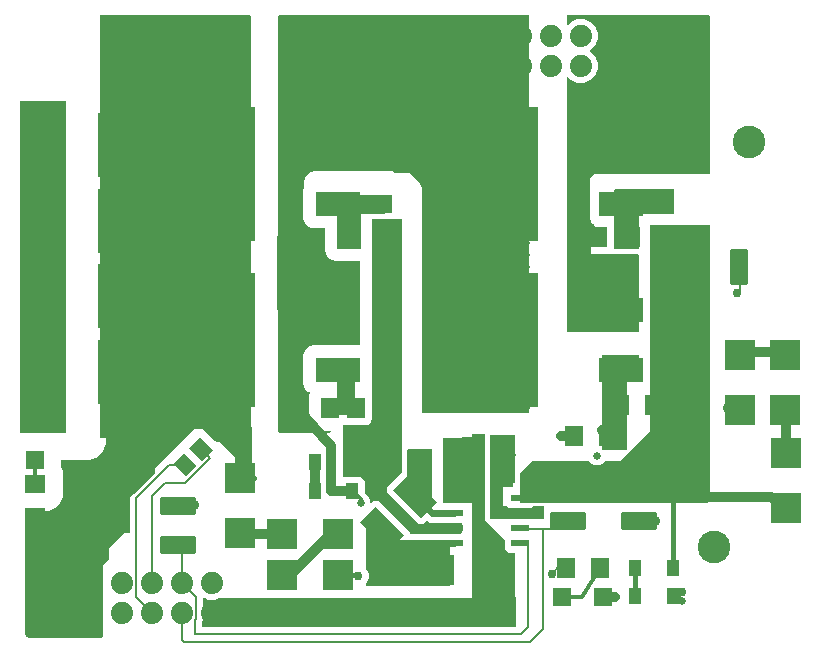
<source format=gbr>
G04 EAGLE Gerber RS-274X export*
G75*
%MOMM*%
%FSLAX34Y34*%
%LPD*%
%INTop Copper*%
%IPPOS*%
%AMOC8*
5,1,8,0,0,1.08239X$1,22.5*%
G01*
%ADD10R,1.600000X1.800000*%
%ADD11R,1.900000X3.400000*%
%ADD12R,1.520000X0.600000*%
%ADD13R,2.540000X2.540000*%
%ADD14R,1.114600X1.361200*%
%ADD15R,3.810000X2.082800*%
%ADD16R,8.890000X11.430000*%
%ADD17R,1.600000X1.803000*%
%ADD18R,1.803000X1.600000*%
%ADD19R,1.850000X5.500000*%
%ADD20R,1.500000X1.500000*%
%ADD21C,2.760000*%
%ADD22C,1.879600*%
%ADD23R,1.300000X1.500000*%
%ADD24C,0.225000*%
%ADD25C,0.812800*%
%ADD26C,0.656400*%
%ADD27C,0.756400*%
%ADD28C,0.406400*%
%ADD29C,0.609600*%
%ADD30C,0.304800*%
%ADD31C,0.152400*%
%ADD32C,0.200000*%
%ADD33C,0.508000*%
%ADD34C,0.150000*%

G36*
X80794Y16010D02*
X80794Y16010D01*
X80858Y16009D01*
X80933Y16030D01*
X81009Y16041D01*
X81068Y16067D01*
X81130Y16084D01*
X81196Y16125D01*
X81266Y16157D01*
X81315Y16199D01*
X81370Y16232D01*
X81422Y16290D01*
X81480Y16340D01*
X81516Y16394D01*
X81559Y16442D01*
X81592Y16511D01*
X81635Y16576D01*
X81654Y16638D01*
X81682Y16695D01*
X81693Y16765D01*
X81717Y16846D01*
X81718Y16931D01*
X81729Y17000D01*
X81729Y77526D01*
X86707Y82504D01*
X86764Y82581D01*
X86829Y82652D01*
X86849Y82693D01*
X86876Y82729D01*
X86910Y82819D01*
X86952Y82906D01*
X86958Y82948D01*
X86975Y82993D01*
X86985Y83121D01*
X86999Y83210D01*
X86999Y91586D01*
X100033Y104620D01*
X104349Y104620D01*
X104399Y104631D01*
X104450Y104633D01*
X104482Y104651D01*
X104518Y104659D01*
X104557Y104692D01*
X104602Y104716D01*
X104623Y104746D01*
X104651Y104769D01*
X104672Y104816D01*
X104702Y104858D01*
X104710Y104900D01*
X104722Y104928D01*
X104721Y104958D01*
X104729Y105000D01*
X104729Y134769D01*
X107231Y137271D01*
X107455Y137271D01*
X107529Y137288D01*
X107604Y137301D01*
X107614Y137308D01*
X107624Y137310D01*
X107653Y137334D01*
X107724Y137382D01*
X125618Y155276D01*
X125658Y155340D01*
X125702Y155402D01*
X125704Y155415D01*
X125709Y155423D01*
X125713Y155460D01*
X125720Y155495D01*
X125722Y155501D01*
X125722Y155507D01*
X125729Y155545D01*
X125729Y158769D01*
X159231Y192271D01*
X166769Y192271D01*
X174731Y184309D01*
X174753Y184295D01*
X174769Y184275D01*
X174826Y184250D01*
X174878Y184217D01*
X174904Y184215D01*
X174928Y184204D01*
X174989Y184207D01*
X175051Y184201D01*
X175075Y184210D01*
X175101Y184211D01*
X175155Y184240D01*
X175213Y184262D01*
X175230Y184281D01*
X175253Y184294D01*
X175288Y184344D01*
X175330Y184389D01*
X175338Y184414D01*
X175353Y184435D01*
X175369Y184520D01*
X175380Y184556D01*
X175378Y184565D01*
X175380Y184577D01*
X175380Y193559D01*
X184208Y184731D01*
X184273Y184691D01*
X184335Y184647D01*
X184347Y184645D01*
X184355Y184640D01*
X184392Y184636D01*
X184477Y184620D01*
X206349Y184620D01*
X206399Y184631D01*
X206450Y184633D01*
X206482Y184651D01*
X206518Y184659D01*
X206557Y184692D01*
X206602Y184716D01*
X206623Y184746D01*
X206651Y184769D01*
X206672Y184816D01*
X206702Y184858D01*
X206710Y184900D01*
X206722Y184928D01*
X206721Y184958D01*
X206729Y185000D01*
X206729Y542459D01*
X206718Y542509D01*
X206716Y542560D01*
X206698Y542592D01*
X206690Y542628D01*
X206657Y542667D01*
X206633Y542712D01*
X206603Y542733D01*
X206580Y542761D01*
X206533Y542782D01*
X206491Y542812D01*
X206449Y542820D01*
X206421Y542832D01*
X206391Y542831D01*
X206349Y542839D01*
X79651Y542839D01*
X79601Y542828D01*
X79550Y542826D01*
X79518Y542808D01*
X79482Y542800D01*
X79443Y542767D01*
X79398Y542743D01*
X79377Y542713D01*
X79349Y542690D01*
X79328Y542643D01*
X79298Y542601D01*
X79290Y542559D01*
X79278Y542531D01*
X79279Y542509D01*
X79278Y542507D01*
X79278Y542497D01*
X79271Y542459D01*
X79271Y185000D01*
X79282Y184950D01*
X79284Y184899D01*
X79302Y184867D01*
X79310Y184831D01*
X79343Y184792D01*
X79367Y184747D01*
X79397Y184726D01*
X79420Y184698D01*
X79467Y184677D01*
X79509Y184647D01*
X79551Y184639D01*
X79579Y184627D01*
X79609Y184628D01*
X79651Y184620D01*
X84271Y184620D01*
X84271Y179764D01*
X81794Y173783D01*
X77217Y169206D01*
X71236Y166729D01*
X46881Y166729D01*
X46831Y166718D01*
X46780Y166716D01*
X46748Y166698D01*
X46712Y166690D01*
X46673Y166657D01*
X46628Y166633D01*
X46607Y166603D01*
X46579Y166580D01*
X46558Y166533D01*
X46528Y166491D01*
X46520Y166449D01*
X46508Y166421D01*
X46509Y166391D01*
X46501Y166349D01*
X46501Y160937D01*
X46501Y160935D01*
X46501Y160933D01*
X46530Y160791D01*
X48016Y157204D01*
X48016Y135236D01*
X45732Y129723D01*
X41512Y125503D01*
X35999Y123219D01*
X16381Y123219D01*
X16331Y123208D01*
X16280Y123206D01*
X16248Y123188D01*
X16212Y123180D01*
X16173Y123147D01*
X16128Y123123D01*
X16107Y123093D01*
X16079Y123070D01*
X16058Y123023D01*
X16028Y122981D01*
X16020Y122939D01*
X16008Y122911D01*
X16009Y122881D01*
X16001Y122839D01*
X16001Y20000D01*
X16001Y19000D01*
X16011Y18926D01*
X16011Y18871D01*
X16017Y18846D01*
X16019Y18809D01*
X16034Y18766D01*
X16041Y18721D01*
X16070Y18656D01*
X16086Y18599D01*
X16100Y18575D01*
X16112Y18542D01*
X16137Y18508D01*
X16157Y18464D01*
X16201Y18413D01*
X16234Y18359D01*
X16269Y18327D01*
X16293Y18293D01*
X16553Y18034D01*
X16800Y17607D01*
X16826Y17579D01*
X16860Y17528D01*
X17528Y16860D01*
X17560Y16840D01*
X17607Y16800D01*
X18034Y16553D01*
X18293Y16293D01*
X18370Y16236D01*
X18442Y16171D01*
X18483Y16151D01*
X18519Y16124D01*
X18609Y16090D01*
X18695Y16048D01*
X18737Y16042D01*
X18783Y16025D01*
X18911Y16015D01*
X19000Y16001D01*
X20000Y16001D01*
X80730Y16001D01*
X80794Y16010D01*
G37*
G36*
X274288Y189631D02*
X274288Y189631D01*
X274339Y189633D01*
X274371Y189651D01*
X274407Y189659D01*
X274446Y189692D01*
X274491Y189716D01*
X274512Y189746D01*
X274540Y189769D01*
X274561Y189816D01*
X274591Y189858D01*
X274599Y189900D01*
X274611Y189928D01*
X274610Y189958D01*
X274618Y190000D01*
X274618Y190604D01*
X274607Y190654D01*
X274605Y190705D01*
X274587Y190737D01*
X274579Y190773D01*
X274546Y190812D01*
X274522Y190857D01*
X274492Y190878D01*
X274469Y190906D01*
X274422Y190927D01*
X274380Y190957D01*
X274338Y190965D01*
X274310Y190977D01*
X274280Y190976D01*
X274238Y190984D01*
X264231Y190984D01*
X260555Y192507D01*
X257742Y195320D01*
X256219Y198996D01*
X256219Y221004D01*
X257057Y223028D01*
X257066Y223078D01*
X257083Y223126D01*
X257080Y223162D01*
X257086Y223199D01*
X257071Y223248D01*
X257065Y223298D01*
X257046Y223329D01*
X257035Y223364D01*
X257000Y223401D01*
X256972Y223445D01*
X256937Y223468D01*
X256916Y223490D01*
X256887Y223501D01*
X256852Y223525D01*
X255685Y224008D01*
X252872Y226821D01*
X251349Y230497D01*
X251349Y255303D01*
X252872Y258979D01*
X255685Y261792D01*
X259361Y263315D01*
X299238Y263315D01*
X299288Y263326D01*
X299339Y263328D01*
X299371Y263346D01*
X299407Y263354D01*
X299446Y263387D01*
X299491Y263411D01*
X299512Y263441D01*
X299540Y263464D01*
X299561Y263511D01*
X299591Y263553D01*
X299599Y263595D01*
X299611Y263623D01*
X299610Y263653D01*
X299618Y263695D01*
X299618Y334238D01*
X299607Y334288D01*
X299605Y334339D01*
X299587Y334371D01*
X299579Y334407D01*
X299546Y334446D01*
X299522Y334491D01*
X299492Y334512D01*
X299469Y334540D01*
X299422Y334561D01*
X299380Y334591D01*
X299338Y334599D01*
X299310Y334611D01*
X299280Y334610D01*
X299238Y334618D01*
X277935Y334618D01*
X274119Y336199D01*
X271199Y339119D01*
X269618Y342935D01*
X269618Y362105D01*
X269607Y362155D01*
X269605Y362206D01*
X269587Y362238D01*
X269579Y362274D01*
X269546Y362313D01*
X269522Y362358D01*
X269492Y362379D01*
X269469Y362407D01*
X269422Y362428D01*
X269380Y362458D01*
X269338Y362466D01*
X269310Y362478D01*
X269280Y362477D01*
X269238Y362485D01*
X259361Y362485D01*
X255685Y364008D01*
X252872Y366821D01*
X251349Y370497D01*
X251349Y395303D01*
X251987Y396844D01*
X252000Y396919D01*
X252016Y396993D01*
X252014Y397005D01*
X252016Y397015D01*
X252005Y397050D01*
X251987Y397135D01*
X251729Y397758D01*
X251729Y402242D01*
X253445Y406384D01*
X256616Y409555D01*
X260758Y411271D01*
X337242Y411271D01*
X341384Y409555D01*
X350555Y400384D01*
X352271Y396242D01*
X352271Y206651D01*
X352282Y206601D01*
X352284Y206550D01*
X352302Y206518D01*
X352310Y206482D01*
X352343Y206443D01*
X352367Y206398D01*
X352397Y206377D01*
X352420Y206349D01*
X352467Y206328D01*
X352509Y206298D01*
X352551Y206290D01*
X352579Y206278D01*
X352609Y206279D01*
X352651Y206271D01*
X442349Y206271D01*
X442399Y206282D01*
X442450Y206284D01*
X442482Y206302D01*
X442518Y206310D01*
X442557Y206343D01*
X442602Y206367D01*
X442623Y206397D01*
X442651Y206420D01*
X442672Y206467D01*
X442702Y206509D01*
X442710Y206551D01*
X442722Y206579D01*
X442721Y206609D01*
X442729Y206651D01*
X442729Y492860D01*
X442729Y492861D01*
X442729Y492863D01*
X442700Y493005D01*
X441401Y496141D01*
X441401Y503859D01*
X442700Y506995D01*
X442701Y506997D01*
X442702Y506998D01*
X442709Y507038D01*
X442717Y507056D01*
X442717Y507075D01*
X442729Y507140D01*
X442729Y518260D01*
X442729Y518261D01*
X442729Y518263D01*
X442700Y518405D01*
X441401Y521541D01*
X441401Y529259D01*
X442700Y532395D01*
X442701Y532397D01*
X442702Y532398D01*
X442729Y532540D01*
X442729Y542459D01*
X442718Y542509D01*
X442716Y542560D01*
X442698Y542592D01*
X442690Y542628D01*
X442657Y542667D01*
X442633Y542712D01*
X442603Y542733D01*
X442580Y542761D01*
X442533Y542782D01*
X442491Y542812D01*
X442449Y542820D01*
X442421Y542832D01*
X442391Y542831D01*
X442349Y542839D01*
X230762Y542839D01*
X230712Y542828D01*
X230661Y542826D01*
X230629Y542808D01*
X230593Y542800D01*
X230554Y542767D01*
X230509Y542743D01*
X230488Y542713D01*
X230460Y542690D01*
X230439Y542643D01*
X230409Y542601D01*
X230401Y542559D01*
X230389Y542531D01*
X230390Y542501D01*
X230382Y542459D01*
X230382Y190000D01*
X230393Y189950D01*
X230395Y189899D01*
X230413Y189867D01*
X230421Y189831D01*
X230454Y189792D01*
X230478Y189747D01*
X230508Y189726D01*
X230531Y189698D01*
X230578Y189677D01*
X230620Y189647D01*
X230662Y189639D01*
X230690Y189627D01*
X230720Y189628D01*
X230762Y189620D01*
X274238Y189620D01*
X274288Y189631D01*
G37*
G36*
X535050Y274631D02*
X535050Y274631D01*
X535101Y274633D01*
X535133Y274651D01*
X535169Y274659D01*
X535208Y274692D01*
X535253Y274716D01*
X535274Y274746D01*
X535302Y274769D01*
X535323Y274816D01*
X535353Y274858D01*
X535361Y274900D01*
X535373Y274928D01*
X535372Y274958D01*
X535380Y275000D01*
X535380Y340000D01*
X535369Y340050D01*
X535367Y340101D01*
X535349Y340133D01*
X535341Y340169D01*
X535308Y340208D01*
X535284Y340253D01*
X535254Y340274D01*
X535231Y340302D01*
X535184Y340323D01*
X535142Y340353D01*
X535100Y340361D01*
X535072Y340373D01*
X535042Y340372D01*
X535000Y340380D01*
X495380Y340380D01*
X495380Y367594D01*
X495363Y367668D01*
X495350Y367743D01*
X495343Y367753D01*
X495341Y367763D01*
X495317Y367792D01*
X495269Y367863D01*
X494684Y368448D01*
X493729Y370753D01*
X493729Y403247D01*
X494684Y405552D01*
X496448Y407316D01*
X498753Y408271D01*
X595000Y408271D01*
X595050Y408282D01*
X595101Y408284D01*
X595133Y408302D01*
X595169Y408310D01*
X595208Y408343D01*
X595253Y408367D01*
X595274Y408397D01*
X595302Y408420D01*
X595323Y408467D01*
X595353Y408509D01*
X595361Y408551D01*
X595373Y408579D01*
X595372Y408609D01*
X595380Y408651D01*
X595380Y542459D01*
X595369Y542509D01*
X595367Y542560D01*
X595349Y542592D01*
X595341Y542628D01*
X595308Y542667D01*
X595284Y542712D01*
X595254Y542733D01*
X595231Y542761D01*
X595184Y542782D01*
X595142Y542812D01*
X595100Y542820D01*
X595072Y542832D01*
X595042Y542831D01*
X595000Y542839D01*
X475000Y542839D01*
X474950Y542828D01*
X474899Y542826D01*
X474867Y542808D01*
X474831Y542800D01*
X474792Y542767D01*
X474747Y542743D01*
X474726Y542713D01*
X474698Y542690D01*
X474677Y542643D01*
X474647Y542601D01*
X474639Y542559D01*
X474627Y542531D01*
X474628Y542501D01*
X474620Y542459D01*
X474620Y535101D01*
X474626Y535076D01*
X474623Y535050D01*
X474645Y534992D01*
X474659Y534932D01*
X474676Y534912D01*
X474685Y534888D01*
X474730Y534846D01*
X474769Y534798D01*
X474793Y534788D01*
X474812Y534770D01*
X474871Y534753D01*
X474928Y534727D01*
X474953Y534728D01*
X474978Y534721D01*
X475039Y534732D01*
X475101Y534734D01*
X475123Y534746D01*
X475149Y534751D01*
X475220Y534799D01*
X475253Y534817D01*
X475259Y534825D01*
X475269Y534832D01*
X478044Y537607D01*
X483336Y539799D01*
X489064Y539799D01*
X494356Y537607D01*
X498407Y533556D01*
X500599Y528264D01*
X500599Y522536D01*
X498407Y517244D01*
X494356Y513193D01*
X494013Y513051D01*
X493992Y513036D01*
X493968Y513029D01*
X493923Y512986D01*
X493873Y512950D01*
X493860Y512927D01*
X493842Y512910D01*
X493820Y512852D01*
X493791Y512797D01*
X493790Y512772D01*
X493782Y512747D01*
X493788Y512686D01*
X493786Y512624D01*
X493797Y512601D01*
X493800Y512575D01*
X493833Y512523D01*
X493859Y512467D01*
X493879Y512450D01*
X493892Y512429D01*
X493965Y512381D01*
X493993Y512358D01*
X494003Y512355D01*
X494013Y512349D01*
X494356Y512207D01*
X498407Y508156D01*
X500599Y502864D01*
X500599Y497136D01*
X498407Y491844D01*
X494356Y487793D01*
X489064Y485601D01*
X483336Y485601D01*
X478044Y487793D01*
X475269Y490568D01*
X475247Y490582D01*
X475231Y490602D01*
X475174Y490627D01*
X475122Y490660D01*
X475096Y490662D01*
X475072Y490673D01*
X475011Y490670D01*
X474949Y490676D01*
X474925Y490667D01*
X474899Y490666D01*
X474845Y490637D01*
X474787Y490615D01*
X474770Y490596D01*
X474747Y490583D01*
X474712Y490533D01*
X474670Y490487D01*
X474662Y490463D01*
X474647Y490442D01*
X474631Y490357D01*
X474620Y490321D01*
X474622Y490311D01*
X474620Y490299D01*
X474620Y275000D01*
X474631Y274950D01*
X474633Y274899D01*
X474651Y274867D01*
X474659Y274831D01*
X474692Y274792D01*
X474716Y274747D01*
X474746Y274726D01*
X474769Y274698D01*
X474816Y274677D01*
X474858Y274647D01*
X474900Y274639D01*
X474928Y274627D01*
X474958Y274628D01*
X475000Y274620D01*
X535000Y274620D01*
X535050Y274631D01*
G37*
G36*
X593074Y129637D02*
X593074Y129637D01*
X593149Y129650D01*
X593159Y129657D01*
X593169Y129659D01*
X593198Y129683D01*
X593269Y129731D01*
X595269Y131731D01*
X595309Y131796D01*
X595353Y131858D01*
X595355Y131870D01*
X595360Y131878D01*
X595364Y131915D01*
X595380Y132000D01*
X595380Y365000D01*
X595369Y365050D01*
X595367Y365101D01*
X595349Y365133D01*
X595341Y365169D01*
X595308Y365208D01*
X595284Y365253D01*
X595254Y365274D01*
X595231Y365302D01*
X595184Y365323D01*
X595142Y365353D01*
X595100Y365361D01*
X595072Y365373D01*
X595042Y365372D01*
X595000Y365380D01*
X545000Y365380D01*
X544950Y365369D01*
X544899Y365367D01*
X544867Y365349D01*
X544831Y365341D01*
X544792Y365308D01*
X544747Y365284D01*
X544726Y365254D01*
X544698Y365231D01*
X544677Y365184D01*
X544647Y365142D01*
X544639Y365100D01*
X544627Y365072D01*
X544627Y365057D01*
X544627Y365055D01*
X544627Y365039D01*
X544620Y365000D01*
X544620Y190158D01*
X519843Y165380D01*
X507251Y165380D01*
X507177Y165363D01*
X507103Y165350D01*
X507092Y165343D01*
X507083Y165341D01*
X507054Y165317D01*
X506982Y165269D01*
X504692Y162978D01*
X501648Y161717D01*
X498352Y161717D01*
X495308Y162978D01*
X493018Y165269D01*
X492953Y165309D01*
X492891Y165353D01*
X492879Y165355D01*
X492870Y165360D01*
X492833Y165364D01*
X492749Y165380D01*
X445000Y165380D01*
X444926Y165363D01*
X444851Y165350D01*
X444841Y165343D01*
X444831Y165341D01*
X444802Y165317D01*
X444731Y165269D01*
X434731Y155269D01*
X434691Y155204D01*
X434647Y155142D01*
X434645Y155130D01*
X434640Y155122D01*
X434636Y155085D01*
X434620Y155000D01*
X434620Y130000D01*
X434631Y129950D01*
X434633Y129899D01*
X434651Y129867D01*
X434659Y129831D01*
X434692Y129792D01*
X434716Y129747D01*
X434746Y129726D01*
X434769Y129698D01*
X434816Y129677D01*
X434858Y129647D01*
X434900Y129639D01*
X434928Y129627D01*
X434958Y129628D01*
X435000Y129620D01*
X593000Y129620D01*
X593074Y129637D01*
G37*
G36*
X50050Y189631D02*
X50050Y189631D01*
X50101Y189633D01*
X50133Y189651D01*
X50169Y189659D01*
X50208Y189692D01*
X50253Y189716D01*
X50274Y189746D01*
X50302Y189769D01*
X50323Y189816D01*
X50353Y189858D01*
X50361Y189900D01*
X50373Y189928D01*
X50372Y189958D01*
X50380Y190000D01*
X50380Y470000D01*
X50369Y470050D01*
X50367Y470101D01*
X50349Y470133D01*
X50341Y470169D01*
X50308Y470208D01*
X50284Y470253D01*
X50254Y470274D01*
X50231Y470302D01*
X50184Y470323D01*
X50142Y470353D01*
X50100Y470361D01*
X50072Y470373D01*
X50042Y470372D01*
X50000Y470380D01*
X11541Y470380D01*
X11491Y470369D01*
X11440Y470367D01*
X11408Y470349D01*
X11372Y470341D01*
X11333Y470308D01*
X11288Y470284D01*
X11267Y470254D01*
X11239Y470231D01*
X11218Y470184D01*
X11188Y470142D01*
X11180Y470100D01*
X11168Y470072D01*
X11169Y470042D01*
X11161Y470000D01*
X11161Y190000D01*
X11172Y189950D01*
X11174Y189899D01*
X11192Y189867D01*
X11200Y189831D01*
X11233Y189792D01*
X11257Y189747D01*
X11287Y189726D01*
X11310Y189698D01*
X11357Y189677D01*
X11399Y189647D01*
X11441Y189639D01*
X11469Y189627D01*
X11499Y189628D01*
X11541Y189620D01*
X50000Y189620D01*
X50050Y189631D01*
G37*
G36*
X431050Y25012D02*
X431050Y25012D01*
X431101Y25014D01*
X431133Y25032D01*
X431169Y25040D01*
X431208Y25073D01*
X431253Y25097D01*
X431274Y25127D01*
X431302Y25150D01*
X431323Y25197D01*
X431353Y25239D01*
X431361Y25281D01*
X431373Y25309D01*
X431372Y25339D01*
X431380Y25381D01*
X431380Y50000D01*
X431374Y50025D01*
X431377Y50051D01*
X431355Y50109D01*
X431341Y50169D01*
X431324Y50189D01*
X431315Y50213D01*
X431270Y50255D01*
X431231Y50302D01*
X431207Y50313D01*
X431188Y50330D01*
X431129Y50348D01*
X431072Y50373D01*
X431047Y50372D01*
X431022Y50380D01*
X430961Y50369D01*
X430899Y50367D01*
X430877Y50354D01*
X430851Y50350D01*
X430780Y50302D01*
X430747Y50284D01*
X430741Y50276D01*
X430731Y50269D01*
X430380Y49918D01*
X430380Y87569D01*
X430369Y87619D01*
X430367Y87670D01*
X430349Y87702D01*
X430341Y87738D01*
X430308Y87777D01*
X430284Y87822D01*
X430254Y87843D01*
X430231Y87871D01*
X430184Y87892D01*
X430142Y87922D01*
X430100Y87930D01*
X430072Y87942D01*
X430042Y87941D01*
X430000Y87949D01*
X424929Y87949D01*
X421999Y90879D01*
X421999Y98381D01*
X421982Y98455D01*
X421969Y98530D01*
X421962Y98540D01*
X421960Y98550D01*
X421936Y98579D01*
X421888Y98650D01*
X405380Y115158D01*
X405380Y188349D01*
X405369Y188399D01*
X405367Y188450D01*
X405349Y188482D01*
X405341Y188518D01*
X405308Y188557D01*
X405284Y188602D01*
X405254Y188623D01*
X405231Y188651D01*
X405184Y188672D01*
X405142Y188702D01*
X405100Y188710D01*
X405072Y188722D01*
X405042Y188721D01*
X405000Y188729D01*
X395000Y188729D01*
X394950Y188718D01*
X394899Y188716D01*
X394867Y188698D01*
X394831Y188690D01*
X394792Y188657D01*
X394747Y188633D01*
X394726Y188603D01*
X394698Y188580D01*
X394677Y188533D01*
X394647Y188491D01*
X394639Y188449D01*
X394627Y188421D01*
X394628Y188391D01*
X394620Y188349D01*
X394620Y185380D01*
X370000Y185380D01*
X369950Y185369D01*
X369899Y185367D01*
X369867Y185349D01*
X369831Y185341D01*
X369792Y185308D01*
X369747Y185284D01*
X369726Y185254D01*
X369698Y185231D01*
X369677Y185184D01*
X369647Y185142D01*
X369639Y185100D01*
X369627Y185072D01*
X369628Y185042D01*
X369620Y185000D01*
X369620Y130000D01*
X369631Y129950D01*
X369633Y129899D01*
X369651Y129867D01*
X369659Y129831D01*
X369692Y129792D01*
X369716Y129747D01*
X369746Y129726D01*
X369769Y129698D01*
X369816Y129677D01*
X369858Y129647D01*
X369900Y129639D01*
X369928Y129627D01*
X369958Y129628D01*
X370000Y129620D01*
X394620Y129620D01*
X394620Y49380D01*
X180269Y49380D01*
X180267Y49380D01*
X180265Y49380D01*
X180123Y49351D01*
X176864Y48001D01*
X171136Y48001D01*
X167877Y49351D01*
X167875Y49352D01*
X167873Y49353D01*
X167731Y49380D01*
X166903Y49380D01*
X166853Y49369D01*
X166802Y49367D01*
X166770Y49349D01*
X166734Y49341D01*
X166695Y49308D01*
X166650Y49284D01*
X166629Y49254D01*
X166601Y49231D01*
X166580Y49184D01*
X166550Y49142D01*
X166542Y49100D01*
X166530Y49072D01*
X166531Y49042D01*
X166523Y49000D01*
X166523Y30868D01*
X166030Y29678D01*
X166029Y29676D01*
X166028Y29674D01*
X166021Y29637D01*
X166021Y29636D01*
X166021Y29635D01*
X166001Y29532D01*
X166001Y25381D01*
X166012Y25331D01*
X166014Y25280D01*
X166032Y25248D01*
X166040Y25212D01*
X166073Y25173D01*
X166097Y25128D01*
X166127Y25107D01*
X166150Y25079D01*
X166197Y25058D01*
X166239Y25028D01*
X166281Y25020D01*
X166309Y25008D01*
X166339Y25009D01*
X166381Y25001D01*
X431000Y25001D01*
X431050Y25012D01*
G37*
G36*
X385050Y103962D02*
X385050Y103962D01*
X385101Y103964D01*
X385133Y103982D01*
X385169Y103990D01*
X385208Y104023D01*
X385253Y104047D01*
X385274Y104077D01*
X385302Y104100D01*
X385323Y104147D01*
X385353Y104189D01*
X385361Y104231D01*
X385373Y104259D01*
X385372Y104289D01*
X385380Y104331D01*
X385380Y112969D01*
X385369Y113019D01*
X385367Y113070D01*
X385349Y113102D01*
X385341Y113138D01*
X385308Y113177D01*
X385284Y113222D01*
X385254Y113243D01*
X385231Y113271D01*
X385184Y113292D01*
X385142Y113322D01*
X385100Y113330D01*
X385072Y113342D01*
X385042Y113341D01*
X385000Y113349D01*
X381193Y113349D01*
X381191Y113349D01*
X381189Y113349D01*
X381047Y113320D01*
X381001Y113301D01*
X358626Y113301D01*
X355883Y114437D01*
X355820Y114448D01*
X355760Y114466D01*
X355736Y114462D01*
X355712Y114466D01*
X355651Y114447D01*
X355589Y114436D01*
X355567Y114421D01*
X355546Y114415D01*
X355519Y114389D01*
X355469Y114355D01*
X353163Y112050D01*
X349020Y112050D01*
X335269Y125801D01*
X326378Y134692D01*
X322050Y139020D01*
X322050Y143163D01*
X327764Y148877D01*
X335269Y156383D01*
X335309Y156447D01*
X335353Y156509D01*
X335355Y156521D01*
X335360Y156530D01*
X335364Y156567D01*
X335380Y156651D01*
X335380Y370000D01*
X335369Y370050D01*
X335367Y370101D01*
X335349Y370133D01*
X335341Y370169D01*
X335308Y370208D01*
X335284Y370253D01*
X335254Y370274D01*
X335231Y370302D01*
X335184Y370323D01*
X335142Y370353D01*
X335100Y370361D01*
X335072Y370373D01*
X335042Y370372D01*
X335000Y370380D01*
X310000Y370380D01*
X309950Y370369D01*
X309899Y370367D01*
X309867Y370349D01*
X309831Y370341D01*
X309792Y370308D01*
X309747Y370284D01*
X309726Y370254D01*
X309698Y370231D01*
X309677Y370184D01*
X309647Y370142D01*
X309639Y370100D01*
X309627Y370072D01*
X309628Y370042D01*
X309620Y370000D01*
X309620Y200380D01*
X309161Y200380D01*
X309111Y200369D01*
X309060Y200367D01*
X309028Y200349D01*
X308992Y200341D01*
X308953Y200308D01*
X308908Y200284D01*
X308887Y200254D01*
X308859Y200231D01*
X308838Y200184D01*
X308808Y200142D01*
X308800Y200100D01*
X308788Y200072D01*
X308789Y200042D01*
X308781Y200000D01*
X308781Y198914D01*
X305851Y195984D01*
X285709Y195984D01*
X285269Y196424D01*
X285247Y196438D01*
X285231Y196458D01*
X285174Y196483D01*
X285122Y196515D01*
X285096Y196518D01*
X285072Y196528D01*
X285011Y196526D01*
X284949Y196532D01*
X284925Y196523D01*
X284899Y196522D01*
X284845Y196492D01*
X284787Y196470D01*
X284770Y196451D01*
X284747Y196439D01*
X284712Y196389D01*
X284670Y196343D01*
X284662Y196318D01*
X284647Y196297D01*
X284631Y196213D01*
X284620Y196177D01*
X284622Y196167D01*
X284620Y196155D01*
X284620Y151985D01*
X284626Y151960D01*
X284623Y151934D01*
X284645Y151876D01*
X284659Y151816D01*
X284676Y151796D01*
X284685Y151772D01*
X284730Y151730D01*
X284769Y151682D01*
X284793Y151672D01*
X284812Y151654D01*
X284871Y151637D01*
X284928Y151612D01*
X284953Y151613D01*
X284978Y151605D01*
X285039Y151616D01*
X285101Y151618D01*
X285123Y151631D01*
X285149Y151635D01*
X285220Y151683D01*
X285253Y151701D01*
X285259Y151709D01*
X285269Y151716D01*
X285360Y151807D01*
X300648Y151807D01*
X303578Y148877D01*
X303578Y138811D01*
X303595Y138737D01*
X303608Y138662D01*
X303615Y138652D01*
X303617Y138642D01*
X303641Y138614D01*
X303689Y138542D01*
X305531Y136700D01*
X305869Y135886D01*
X305870Y135884D01*
X305870Y135883D01*
X305951Y135763D01*
X307022Y134692D01*
X308283Y131648D01*
X308283Y130314D01*
X308289Y130289D01*
X308286Y130264D01*
X308308Y130206D01*
X308322Y130146D01*
X308339Y130126D01*
X308348Y130102D01*
X308393Y130060D01*
X308432Y130012D01*
X308456Y130001D01*
X308475Y129984D01*
X308534Y129966D01*
X308591Y129941D01*
X308616Y129942D01*
X308641Y129935D01*
X308702Y129945D01*
X308764Y129948D01*
X308786Y129960D01*
X308812Y129964D01*
X308883Y130013D01*
X308916Y130030D01*
X308922Y130039D01*
X308932Y130046D01*
X310837Y131950D01*
X314980Y131950D01*
X341950Y104980D01*
X341950Y104379D01*
X341962Y104329D01*
X341964Y104278D01*
X341982Y104246D01*
X341990Y104210D01*
X342022Y104171D01*
X342047Y104126D01*
X342077Y104105D01*
X342100Y104077D01*
X342147Y104056D01*
X342188Y104026D01*
X342230Y104018D01*
X342258Y104006D01*
X342289Y104007D01*
X342331Y103999D01*
X381001Y103999D01*
X381047Y103980D01*
X381049Y103979D01*
X381050Y103978D01*
X381193Y103951D01*
X385000Y103951D01*
X385050Y103962D01*
G37*
G36*
X375050Y59631D02*
X375050Y59631D01*
X375101Y59633D01*
X375133Y59651D01*
X375169Y59659D01*
X375208Y59692D01*
X375253Y59716D01*
X375274Y59746D01*
X375302Y59769D01*
X375323Y59816D01*
X375353Y59858D01*
X375361Y59900D01*
X375373Y59928D01*
X375372Y59958D01*
X375380Y60000D01*
X375380Y95000D01*
X375369Y95050D01*
X375367Y95101D01*
X375349Y95133D01*
X375341Y95169D01*
X375308Y95208D01*
X375284Y95253D01*
X375254Y95274D01*
X375231Y95302D01*
X375184Y95323D01*
X375142Y95353D01*
X375100Y95361D01*
X375072Y95373D01*
X375042Y95372D01*
X375000Y95380D01*
X330158Y95380D01*
X310269Y115269D01*
X310204Y115309D01*
X310142Y115353D01*
X310130Y115355D01*
X310122Y115360D01*
X310085Y115364D01*
X310000Y115380D01*
X305000Y115380D01*
X304950Y115369D01*
X304899Y115367D01*
X304867Y115349D01*
X304831Y115341D01*
X304792Y115308D01*
X304747Y115284D01*
X304726Y115254D01*
X304698Y115231D01*
X304677Y115184D01*
X304647Y115142D01*
X304639Y115100D01*
X304627Y115072D01*
X304628Y115042D01*
X304620Y115000D01*
X304620Y73958D01*
X304637Y73884D01*
X304650Y73810D01*
X304657Y73799D01*
X304659Y73790D01*
X304683Y73761D01*
X304731Y73690D01*
X305446Y72975D01*
X306783Y69747D01*
X306783Y66253D01*
X305446Y63025D01*
X304731Y62310D01*
X304691Y62246D01*
X304647Y62184D01*
X304645Y62172D01*
X304640Y62163D01*
X304636Y62126D01*
X304620Y62042D01*
X304620Y60000D01*
X304631Y59950D01*
X304633Y59899D01*
X304651Y59867D01*
X304659Y59831D01*
X304692Y59792D01*
X304716Y59747D01*
X304746Y59726D01*
X304769Y59698D01*
X304816Y59677D01*
X304858Y59647D01*
X304900Y59639D01*
X304928Y59627D01*
X304958Y59628D01*
X305000Y59620D01*
X375000Y59620D01*
X375050Y59631D01*
G37*
G36*
X525050Y174631D02*
X525050Y174631D01*
X525101Y174633D01*
X525133Y174651D01*
X525169Y174659D01*
X525208Y174692D01*
X525253Y174716D01*
X525274Y174746D01*
X525302Y174769D01*
X525323Y174816D01*
X525353Y174858D01*
X525361Y174900D01*
X525373Y174928D01*
X525372Y174958D01*
X525380Y175000D01*
X525380Y234620D01*
X535000Y234620D01*
X535050Y234631D01*
X535101Y234633D01*
X535133Y234651D01*
X535169Y234659D01*
X535208Y234692D01*
X535253Y234716D01*
X535274Y234746D01*
X535302Y234769D01*
X535323Y234816D01*
X535353Y234858D01*
X535361Y234900D01*
X535373Y234928D01*
X535372Y234958D01*
X535380Y235000D01*
X535380Y255000D01*
X535369Y255050D01*
X535367Y255101D01*
X535349Y255133D01*
X535341Y255169D01*
X535308Y255208D01*
X535284Y255253D01*
X535254Y255274D01*
X535231Y255302D01*
X535184Y255323D01*
X535142Y255353D01*
X535100Y255361D01*
X535072Y255373D01*
X535042Y255372D01*
X535000Y255380D01*
X505000Y255380D01*
X504950Y255369D01*
X504899Y255367D01*
X504867Y255349D01*
X504831Y255341D01*
X504792Y255308D01*
X504747Y255284D01*
X504726Y255254D01*
X504698Y255231D01*
X504677Y255184D01*
X504647Y255142D01*
X504639Y255100D01*
X504627Y255072D01*
X504628Y255042D01*
X504620Y255000D01*
X504620Y175000D01*
X504631Y174950D01*
X504633Y174899D01*
X504651Y174867D01*
X504659Y174831D01*
X504692Y174792D01*
X504716Y174747D01*
X504746Y174726D01*
X504769Y174698D01*
X504816Y174677D01*
X504858Y174647D01*
X504900Y174639D01*
X504928Y174627D01*
X504958Y174628D01*
X505000Y174620D01*
X525000Y174620D01*
X525050Y174631D01*
G37*
G36*
X535050Y344631D02*
X535050Y344631D01*
X535101Y344633D01*
X535133Y344651D01*
X535169Y344659D01*
X535208Y344692D01*
X535253Y344716D01*
X535274Y344746D01*
X535302Y344769D01*
X535323Y344816D01*
X535353Y344858D01*
X535361Y344900D01*
X535373Y344928D01*
X535372Y344958D01*
X535380Y345000D01*
X535380Y374620D01*
X565000Y374620D01*
X565050Y374631D01*
X565101Y374633D01*
X565133Y374651D01*
X565169Y374659D01*
X565208Y374692D01*
X565253Y374716D01*
X565274Y374746D01*
X565302Y374769D01*
X565323Y374816D01*
X565353Y374858D01*
X565361Y374900D01*
X565373Y374928D01*
X565372Y374958D01*
X565380Y375000D01*
X565380Y395000D01*
X565369Y395050D01*
X565367Y395101D01*
X565349Y395133D01*
X565341Y395169D01*
X565308Y395208D01*
X565284Y395253D01*
X565254Y395274D01*
X565231Y395302D01*
X565184Y395323D01*
X565142Y395353D01*
X565100Y395361D01*
X565072Y395373D01*
X565042Y395372D01*
X565000Y395380D01*
X515000Y395380D01*
X514950Y395369D01*
X514899Y395367D01*
X514867Y395349D01*
X514831Y395341D01*
X514792Y395308D01*
X514747Y395284D01*
X514726Y395254D01*
X514698Y395231D01*
X514677Y395184D01*
X514647Y395142D01*
X514639Y395100D01*
X514627Y395072D01*
X514628Y395042D01*
X514620Y395000D01*
X514620Y345000D01*
X514631Y344950D01*
X514633Y344899D01*
X514651Y344867D01*
X514659Y344831D01*
X514692Y344792D01*
X514716Y344747D01*
X514746Y344726D01*
X514769Y344698D01*
X514816Y344677D01*
X514858Y344647D01*
X514900Y344639D01*
X514928Y344627D01*
X514958Y344628D01*
X515000Y344620D01*
X535000Y344620D01*
X535050Y344631D01*
G37*
G36*
X424814Y116637D02*
X424814Y116637D01*
X424889Y116650D01*
X424890Y116651D01*
X444313Y116651D01*
X444318Y116647D01*
X444330Y116645D01*
X444338Y116640D01*
X444375Y116636D01*
X444460Y116620D01*
X454619Y116620D01*
X454669Y116631D01*
X454720Y116633D01*
X454752Y116651D01*
X454788Y116659D01*
X454827Y116692D01*
X454872Y116716D01*
X454893Y116746D01*
X454921Y116769D01*
X454942Y116816D01*
X454972Y116858D01*
X454980Y116900D01*
X454992Y116928D01*
X454991Y116958D01*
X454999Y117000D01*
X454999Y122593D01*
X455351Y123443D01*
X455352Y123445D01*
X455353Y123447D01*
X455380Y123589D01*
X455380Y127000D01*
X455369Y127050D01*
X455367Y127101D01*
X455349Y127133D01*
X455341Y127169D01*
X455308Y127208D01*
X455284Y127253D01*
X455254Y127274D01*
X455231Y127302D01*
X455184Y127323D01*
X455142Y127353D01*
X455100Y127361D01*
X455072Y127373D01*
X455042Y127372D01*
X455000Y127380D01*
X445760Y127380D01*
X445686Y127363D01*
X445611Y127350D01*
X445601Y127343D01*
X445591Y127341D01*
X445562Y127317D01*
X445491Y127269D01*
X444271Y126049D01*
X424929Y126049D01*
X423709Y127269D01*
X423644Y127309D01*
X423582Y127353D01*
X423570Y127355D01*
X423562Y127360D01*
X423525Y127364D01*
X423440Y127380D01*
X420380Y127380D01*
X420380Y146620D01*
X430000Y146620D01*
X430050Y146631D01*
X430101Y146633D01*
X430133Y146651D01*
X430169Y146659D01*
X430208Y146692D01*
X430253Y146716D01*
X430274Y146746D01*
X430302Y146769D01*
X430323Y146816D01*
X430353Y146858D01*
X430361Y146900D01*
X430373Y146928D01*
X430372Y146958D01*
X430380Y147000D01*
X430380Y187000D01*
X430369Y187050D01*
X430367Y187101D01*
X430349Y187133D01*
X430341Y187169D01*
X430308Y187208D01*
X430284Y187253D01*
X430254Y187274D01*
X430231Y187302D01*
X430184Y187323D01*
X430142Y187353D01*
X430100Y187361D01*
X430072Y187373D01*
X430042Y187372D01*
X430000Y187380D01*
X410000Y187380D01*
X409950Y187369D01*
X409899Y187367D01*
X409867Y187349D01*
X409831Y187341D01*
X409792Y187308D01*
X409747Y187284D01*
X409726Y187254D01*
X409698Y187231D01*
X409677Y187184D01*
X409647Y187142D01*
X409639Y187100D01*
X409627Y187072D01*
X409628Y187042D01*
X409628Y187040D01*
X409627Y187038D01*
X409627Y187036D01*
X409620Y187000D01*
X409620Y117000D01*
X409631Y116950D01*
X409633Y116899D01*
X409651Y116867D01*
X409659Y116831D01*
X409692Y116792D01*
X409716Y116747D01*
X409746Y116726D01*
X409769Y116698D01*
X409816Y116677D01*
X409858Y116647D01*
X409900Y116639D01*
X409928Y116627D01*
X409958Y116628D01*
X410000Y116620D01*
X424740Y116620D01*
X424814Y116637D01*
G37*
G36*
X300050Y344631D02*
X300050Y344631D01*
X300101Y344633D01*
X300133Y344651D01*
X300169Y344659D01*
X300208Y344692D01*
X300253Y344716D01*
X300274Y344746D01*
X300302Y344769D01*
X300323Y344816D01*
X300353Y344858D01*
X300361Y344900D01*
X300373Y344928D01*
X300372Y344958D01*
X300380Y345000D01*
X300380Y374620D01*
X320000Y374620D01*
X320050Y374631D01*
X320101Y374633D01*
X320133Y374651D01*
X320169Y374659D01*
X320208Y374692D01*
X320253Y374716D01*
X320274Y374746D01*
X320302Y374769D01*
X320323Y374816D01*
X320353Y374858D01*
X320361Y374900D01*
X320373Y374928D01*
X320372Y374958D01*
X320380Y375000D01*
X320380Y390000D01*
X320369Y390050D01*
X320367Y390101D01*
X320349Y390133D01*
X320341Y390169D01*
X320308Y390208D01*
X320284Y390253D01*
X320254Y390274D01*
X320231Y390302D01*
X320184Y390323D01*
X320142Y390353D01*
X320100Y390361D01*
X320072Y390373D01*
X320042Y390372D01*
X320000Y390380D01*
X280000Y390380D01*
X279950Y390369D01*
X279899Y390367D01*
X279867Y390349D01*
X279831Y390341D01*
X279792Y390308D01*
X279747Y390284D01*
X279726Y390254D01*
X279698Y390231D01*
X279677Y390184D01*
X279647Y390142D01*
X279639Y390100D01*
X279627Y390072D01*
X279628Y390042D01*
X279620Y390000D01*
X279620Y345000D01*
X279631Y344950D01*
X279633Y344899D01*
X279651Y344867D01*
X279659Y344831D01*
X279692Y344792D01*
X279716Y344747D01*
X279746Y344726D01*
X279769Y344698D01*
X279816Y344677D01*
X279858Y344647D01*
X279900Y344639D01*
X279928Y344627D01*
X279958Y344628D01*
X280000Y344620D01*
X300000Y344620D01*
X300050Y344631D01*
G37*
G36*
X355074Y124637D02*
X355074Y124637D01*
X355149Y124650D01*
X355159Y124657D01*
X355169Y124659D01*
X355198Y124683D01*
X355269Y124731D01*
X360269Y129731D01*
X360309Y129796D01*
X360353Y129858D01*
X360355Y129870D01*
X360360Y129878D01*
X360364Y129915D01*
X360380Y130000D01*
X360380Y175000D01*
X360369Y175050D01*
X360367Y175101D01*
X360349Y175133D01*
X360341Y175169D01*
X360308Y175208D01*
X360284Y175253D01*
X360254Y175274D01*
X360231Y175302D01*
X360184Y175323D01*
X360142Y175353D01*
X360100Y175361D01*
X360072Y175373D01*
X360042Y175372D01*
X360000Y175380D01*
X340000Y175380D01*
X339950Y175369D01*
X339899Y175367D01*
X339867Y175349D01*
X339831Y175341D01*
X339792Y175308D01*
X339747Y175284D01*
X339726Y175254D01*
X339698Y175231D01*
X339677Y175184D01*
X339647Y175142D01*
X339639Y175100D01*
X339627Y175072D01*
X339628Y175042D01*
X339620Y175000D01*
X339620Y135000D01*
X339637Y134926D01*
X339650Y134851D01*
X339657Y134841D01*
X339659Y134831D01*
X339683Y134802D01*
X339731Y134731D01*
X349731Y124731D01*
X349796Y124691D01*
X349858Y124647D01*
X349870Y124645D01*
X349878Y124640D01*
X349915Y124636D01*
X350000Y124620D01*
X355000Y124620D01*
X355074Y124637D01*
G37*
G36*
X295050Y204631D02*
X295050Y204631D01*
X295101Y204633D01*
X295133Y204651D01*
X295169Y204659D01*
X295208Y204692D01*
X295253Y204716D01*
X295274Y204746D01*
X295302Y204769D01*
X295323Y204816D01*
X295353Y204858D01*
X295361Y204900D01*
X295373Y204928D01*
X295372Y204958D01*
X295380Y205000D01*
X295380Y250000D01*
X295369Y250050D01*
X295367Y250101D01*
X295349Y250133D01*
X295341Y250169D01*
X295308Y250208D01*
X295284Y250253D01*
X295254Y250274D01*
X295231Y250302D01*
X295184Y250323D01*
X295142Y250353D01*
X295100Y250361D01*
X295072Y250373D01*
X295042Y250372D01*
X295000Y250380D01*
X280000Y250380D01*
X279950Y250369D01*
X279899Y250367D01*
X279867Y250349D01*
X279831Y250341D01*
X279792Y250308D01*
X279747Y250284D01*
X279726Y250254D01*
X279698Y250231D01*
X279677Y250184D01*
X279647Y250142D01*
X279639Y250100D01*
X279627Y250072D01*
X279628Y250042D01*
X279620Y250000D01*
X279620Y205000D01*
X279631Y204950D01*
X279633Y204899D01*
X279651Y204867D01*
X279659Y204831D01*
X279692Y204792D01*
X279716Y204747D01*
X279746Y204726D01*
X279769Y204698D01*
X279816Y204677D01*
X279858Y204647D01*
X279900Y204639D01*
X279928Y204627D01*
X279958Y204628D01*
X280000Y204620D01*
X295000Y204620D01*
X295050Y204631D01*
G37*
D10*
X393000Y177000D03*
X421000Y177000D03*
X393000Y152000D03*
X421000Y152000D03*
D11*
G36*
X336949Y102908D02*
X323514Y89473D01*
X299473Y113514D01*
X312908Y126949D01*
X336949Y102908D01*
G37*
G36*
X364527Y130486D02*
X351092Y117051D01*
X327051Y141092D01*
X340486Y154527D01*
X364527Y130486D01*
G37*
D12*
X379400Y108650D03*
X379400Y121350D03*
X379400Y134050D03*
X379400Y95950D03*
X434600Y108650D03*
X434600Y121350D03*
X434600Y134050D03*
X434600Y95950D03*
D13*
X366505Y73000D03*
X413495Y73000D03*
D14*
X531996Y75000D03*
X564004Y75000D03*
X531996Y51000D03*
X564004Y51000D03*
D15*
X520400Y242900D03*
X520400Y293700D03*
D16*
X406100Y268300D03*
D17*
X548160Y213000D03*
X519720Y213000D03*
X480780Y186380D03*
X509220Y186380D03*
D15*
X520400Y382900D03*
X520400Y433700D03*
D16*
X406100Y408300D03*
D18*
X553000Y355840D03*
X553000Y384280D03*
D17*
X500780Y355380D03*
X529220Y355380D03*
D14*
X260996Y165000D03*
X293004Y165000D03*
X260996Y140000D03*
X293004Y140000D03*
D15*
X280400Y242900D03*
X280400Y293700D03*
D16*
X166100Y268300D03*
D17*
X324220Y210000D03*
X295780Y210000D03*
X245780Y210000D03*
X274220Y210000D03*
D15*
X280400Y382900D03*
X280400Y433700D03*
D16*
X166100Y408300D03*
D18*
X317680Y354840D03*
X317680Y383280D03*
D17*
X260920Y354380D03*
X289360Y354380D03*
D19*
X87000Y369000D03*
X36000Y369000D03*
X87000Y433000D03*
X36000Y433000D03*
X87000Y305000D03*
X36000Y305000D03*
X87000Y241000D03*
X36000Y241000D03*
D13*
X198000Y104505D03*
X198000Y151495D03*
X621000Y255495D03*
X621000Y208505D03*
D18*
X24000Y117780D03*
X24000Y146220D03*
D17*
X473780Y75000D03*
X502220Y75000D03*
D20*
X24000Y201500D03*
X24000Y166500D03*
X505500Y50000D03*
X470500Y50000D03*
D21*
X315000Y170000D03*
X570000Y315000D03*
X629000Y436000D03*
X599000Y93000D03*
D22*
X47000Y37000D03*
X47000Y62400D03*
X72400Y37000D03*
X72400Y62400D03*
X97800Y37000D03*
X97800Y62400D03*
X123200Y37000D03*
X123200Y62400D03*
X148600Y37000D03*
X148600Y62400D03*
X174000Y37000D03*
X174000Y62400D03*
X410000Y500000D03*
X410000Y525400D03*
X435400Y500000D03*
X435400Y525400D03*
X460800Y500000D03*
X460800Y525400D03*
X486200Y500000D03*
X486200Y525400D03*
X511600Y500000D03*
X511600Y525400D03*
X537000Y500000D03*
X537000Y525400D03*
D23*
G36*
X161181Y161575D02*
X151989Y152383D01*
X141383Y162989D01*
X150575Y172181D01*
X161181Y161575D01*
G37*
G36*
X174617Y175011D02*
X165425Y165819D01*
X154819Y176425D01*
X164011Y185617D01*
X174617Y175011D01*
G37*
D24*
X461125Y121375D02*
X488875Y121375D01*
X488875Y108625D01*
X461125Y108625D01*
X461125Y121375D01*
X461125Y110762D02*
X488875Y110762D01*
X488875Y112899D02*
X461125Y112899D01*
X461125Y115036D02*
X488875Y115036D01*
X488875Y117173D02*
X461125Y117173D01*
X461125Y119310D02*
X488875Y119310D01*
X158875Y88625D02*
X131125Y88625D01*
X131125Y101375D01*
X158875Y101375D01*
X158875Y88625D01*
X158875Y90762D02*
X131125Y90762D01*
X131125Y92899D02*
X158875Y92899D01*
X158875Y95036D02*
X131125Y95036D01*
X131125Y97173D02*
X158875Y97173D01*
X158875Y99310D02*
X131125Y99310D01*
X328625Y411125D02*
X328625Y438875D01*
X341375Y438875D01*
X341375Y411125D01*
X328625Y411125D01*
X328625Y413262D02*
X341375Y413262D01*
X341375Y415399D02*
X328625Y415399D01*
X328625Y417536D02*
X341375Y417536D01*
X341375Y419673D02*
X328625Y419673D01*
X328625Y421810D02*
X341375Y421810D01*
X341375Y423947D02*
X328625Y423947D01*
X328625Y426084D02*
X341375Y426084D01*
X341375Y428221D02*
X328625Y428221D01*
X328625Y430358D02*
X341375Y430358D01*
X341375Y432495D02*
X328625Y432495D01*
X328625Y434632D02*
X341375Y434632D01*
X341375Y436769D02*
X328625Y436769D01*
X568625Y443875D02*
X568625Y416125D01*
X568625Y443875D02*
X581375Y443875D01*
X581375Y416125D01*
X568625Y416125D01*
X568625Y418262D02*
X581375Y418262D01*
X581375Y420399D02*
X568625Y420399D01*
X568625Y422536D02*
X581375Y422536D01*
X581375Y424673D02*
X568625Y424673D01*
X568625Y426810D02*
X581375Y426810D01*
X581375Y428947D02*
X568625Y428947D01*
X568625Y431084D02*
X581375Y431084D01*
X581375Y433221D02*
X568625Y433221D01*
X568625Y435358D02*
X581375Y435358D01*
X581375Y437495D02*
X568625Y437495D01*
X568625Y439632D02*
X581375Y439632D01*
X581375Y441769D02*
X568625Y441769D01*
X591375Y363875D02*
X591375Y336125D01*
X578625Y336125D01*
X578625Y363875D01*
X591375Y363875D01*
X591375Y338262D02*
X578625Y338262D01*
X578625Y340399D02*
X591375Y340399D01*
X591375Y342536D02*
X578625Y342536D01*
X578625Y344673D02*
X591375Y344673D01*
X591375Y346810D02*
X578625Y346810D01*
X578625Y348947D02*
X591375Y348947D01*
X591375Y351084D02*
X578625Y351084D01*
X578625Y353221D02*
X591375Y353221D01*
X591375Y355358D02*
X578625Y355358D01*
X578625Y357495D02*
X591375Y357495D01*
X591375Y359632D02*
X578625Y359632D01*
X578625Y361769D02*
X591375Y361769D01*
X331375Y338875D02*
X331375Y311125D01*
X318625Y311125D01*
X318625Y338875D01*
X331375Y338875D01*
X331375Y313262D02*
X318625Y313262D01*
X318625Y315399D02*
X331375Y315399D01*
X331375Y317536D02*
X318625Y317536D01*
X318625Y319673D02*
X331375Y319673D01*
X331375Y321810D02*
X318625Y321810D01*
X318625Y323947D02*
X331375Y323947D01*
X331375Y326084D02*
X318625Y326084D01*
X318625Y328221D02*
X331375Y328221D01*
X331375Y330358D02*
X318625Y330358D01*
X318625Y332495D02*
X331375Y332495D01*
X331375Y334632D02*
X318625Y334632D01*
X318625Y336769D02*
X331375Y336769D01*
X521125Y121375D02*
X548875Y121375D01*
X548875Y108625D01*
X521125Y108625D01*
X521125Y121375D01*
X521125Y110762D02*
X548875Y110762D01*
X548875Y112899D02*
X521125Y112899D01*
X521125Y115036D02*
X548875Y115036D01*
X548875Y117173D02*
X521125Y117173D01*
X521125Y119310D02*
X548875Y119310D01*
X158875Y121625D02*
X131125Y121625D01*
X131125Y134375D01*
X158875Y134375D01*
X158875Y121625D01*
X158875Y123762D02*
X131125Y123762D01*
X131125Y125899D02*
X158875Y125899D01*
X158875Y128036D02*
X131125Y128036D01*
X131125Y130173D02*
X158875Y130173D01*
X158875Y132310D02*
X131125Y132310D01*
X613625Y316125D02*
X613625Y343875D01*
X626375Y343875D01*
X626375Y316125D01*
X613625Y316125D01*
X613625Y318262D02*
X626375Y318262D01*
X626375Y320399D02*
X613625Y320399D01*
X613625Y322536D02*
X626375Y322536D01*
X626375Y324673D02*
X613625Y324673D01*
X613625Y326810D02*
X626375Y326810D01*
X626375Y328947D02*
X613625Y328947D01*
X613625Y331084D02*
X626375Y331084D01*
X626375Y333221D02*
X613625Y333221D01*
X613625Y335358D02*
X626375Y335358D01*
X626375Y337495D02*
X613625Y337495D01*
X613625Y339632D02*
X626375Y339632D01*
X626375Y341769D02*
X613625Y341769D01*
D13*
X233505Y69000D03*
X280495Y69000D03*
X233505Y104000D03*
X280495Y104000D03*
X660000Y172495D03*
X660000Y125505D03*
X659000Y255495D03*
X659000Y208505D03*
D25*
X415000Y275000D02*
X411000Y275000D01*
X415000Y275000D02*
X415000Y271000D01*
X411000Y281000D02*
X398300Y293700D01*
X411000Y281000D02*
X411000Y275000D01*
X233000Y295000D02*
X233000Y347000D01*
X233000Y354380D01*
X234300Y293700D02*
X280400Y293700D01*
X234300Y293700D02*
X233000Y295000D01*
X233000Y354380D02*
X260920Y354380D01*
X233080Y347080D02*
X233000Y347000D01*
X275000Y140000D02*
X293004Y140000D01*
X275000Y178160D02*
X245780Y210000D01*
X275000Y178160D02*
X275000Y140000D01*
D26*
X360000Y460000D03*
X360000Y450000D03*
X360000Y440000D03*
X360000Y430000D03*
X360000Y420000D03*
X360000Y410000D03*
X360000Y400000D03*
X360000Y390000D03*
X360000Y380000D03*
X360000Y370000D03*
X360000Y360000D03*
X360000Y350000D03*
X370000Y360000D03*
X370000Y370000D03*
X370000Y380000D03*
X370000Y390000D03*
X370000Y400000D03*
X370000Y410000D03*
X370000Y420000D03*
X370000Y430000D03*
X370000Y440000D03*
X370000Y450000D03*
X370000Y460000D03*
X380000Y460000D03*
X380000Y450000D03*
X380000Y440000D03*
X380000Y430000D03*
X380000Y420000D03*
X380000Y410000D03*
X380000Y400000D03*
X380000Y390000D03*
X380000Y380000D03*
X380000Y370000D03*
X380000Y360000D03*
X380000Y350000D03*
X390000Y460000D03*
X390000Y450000D03*
X390000Y440000D03*
X390000Y430000D03*
X390000Y420000D03*
X390000Y410000D03*
X390000Y400000D03*
X390000Y390000D03*
X390000Y380000D03*
X390000Y370000D03*
X390000Y360000D03*
X390000Y350000D03*
X390000Y340000D03*
X400000Y340000D03*
X400000Y350000D03*
X400000Y360000D03*
X400000Y370000D03*
X400000Y380000D03*
X400000Y390000D03*
X400000Y400000D03*
X400000Y410000D03*
X400000Y420000D03*
X400000Y430000D03*
X400000Y440000D03*
X400000Y450000D03*
X400000Y460000D03*
X410000Y460000D03*
X410000Y450000D03*
X410000Y440000D03*
X410000Y430000D03*
X410000Y420000D03*
X410000Y410000D03*
X410000Y400000D03*
X410000Y390000D03*
X410000Y380000D03*
X410000Y370000D03*
X410000Y360000D03*
X410000Y350000D03*
X410000Y340000D03*
X420000Y460000D03*
X420000Y450000D03*
X420000Y440000D03*
X420000Y430000D03*
X420000Y420000D03*
X420000Y410000D03*
X420000Y400000D03*
X420000Y390000D03*
X420000Y380000D03*
X420000Y370000D03*
X420000Y360000D03*
X420000Y350000D03*
X420000Y340000D03*
X430000Y340000D03*
X430000Y350000D03*
X430000Y360000D03*
X430000Y370000D03*
X430000Y380000D03*
X430000Y390000D03*
X430000Y400000D03*
X430000Y410000D03*
X430000Y420000D03*
X430000Y430000D03*
X430000Y440000D03*
X430000Y450000D03*
X430000Y460000D03*
X440000Y460000D03*
X440000Y450000D03*
X440000Y440000D03*
X440000Y430000D03*
X440000Y420000D03*
X440000Y410000D03*
X440000Y400000D03*
X440000Y390000D03*
X440000Y380000D03*
X440000Y370000D03*
X440000Y360000D03*
X440000Y350000D03*
X440000Y340000D03*
X360000Y320000D03*
X360000Y310000D03*
X360000Y300000D03*
X360000Y290000D03*
X360000Y280000D03*
X360000Y270000D03*
X360000Y260000D03*
X360000Y250000D03*
X360000Y240000D03*
X360000Y230000D03*
X360000Y220000D03*
X360000Y210000D03*
X370000Y210000D03*
X370000Y220000D03*
X370000Y230000D03*
X370000Y240000D03*
X370000Y250000D03*
X370000Y260000D03*
X370000Y270000D03*
X370000Y280000D03*
X370000Y290000D03*
X370000Y300000D03*
X370000Y310000D03*
X380000Y320000D03*
X380000Y310000D03*
X380000Y300000D03*
X380000Y290000D03*
X380000Y280000D03*
X380000Y270000D03*
X380000Y260000D03*
X380000Y250000D03*
X380000Y240000D03*
X380000Y230000D03*
X380000Y220000D03*
X380000Y210000D03*
X390000Y330000D03*
X390000Y320000D03*
X390000Y310000D03*
X390000Y300000D03*
X390000Y290000D03*
X390000Y280000D03*
X390000Y270000D03*
X390000Y260000D03*
X390000Y250000D03*
X390000Y240000D03*
X390000Y230000D03*
X390000Y220000D03*
X390000Y210000D03*
X400000Y210000D03*
X400000Y220000D03*
X400000Y230000D03*
X400000Y240000D03*
X400000Y250000D03*
X400000Y260000D03*
X400000Y270000D03*
X400000Y280000D03*
X400000Y290000D03*
X400000Y300000D03*
X400000Y310000D03*
X400000Y320000D03*
X400000Y330000D03*
X410000Y330000D03*
X410000Y320000D03*
X410000Y310000D03*
X410000Y300000D03*
X410000Y290000D03*
X410000Y280000D03*
X410000Y270000D03*
X410000Y260000D03*
X410000Y250000D03*
X410000Y240000D03*
X410000Y230000D03*
X410000Y220000D03*
X410000Y210000D03*
X420000Y330000D03*
X420000Y320000D03*
X420000Y310000D03*
X420000Y300000D03*
X420000Y290000D03*
X420000Y280000D03*
X420000Y270000D03*
X420000Y260000D03*
X420000Y250000D03*
X420000Y240000D03*
X420000Y230000D03*
X420000Y220000D03*
X420000Y210000D03*
X430000Y210000D03*
X430000Y220000D03*
X430000Y230000D03*
X430000Y240000D03*
X430000Y250000D03*
X430000Y260000D03*
X430000Y270000D03*
X430000Y280000D03*
X430000Y290000D03*
X430000Y300000D03*
X430000Y310000D03*
X430000Y320000D03*
X430000Y330000D03*
X440000Y330000D03*
X440000Y320000D03*
X440000Y310000D03*
X440000Y300000D03*
X440000Y290000D03*
X440000Y280000D03*
X440000Y270000D03*
X440000Y260000D03*
X440000Y250000D03*
X440000Y240000D03*
X440000Y230000D03*
X440000Y220000D03*
X440000Y210000D03*
D27*
X610000Y210000D03*
D28*
X619505Y210000D01*
X621000Y208505D01*
D29*
X379400Y121350D02*
X360227Y121350D01*
X345789Y135789D01*
D26*
X290000Y330000D03*
X280000Y330000D03*
X270000Y330000D03*
X270000Y320000D03*
X280000Y320000D03*
X290000Y320000D03*
X290000Y310000D03*
X280000Y310000D03*
X270000Y310000D03*
X270000Y420000D03*
X280000Y420000D03*
X290000Y420000D03*
X300000Y420000D03*
X310000Y420000D03*
X310000Y430000D03*
X310000Y440000D03*
X310000Y450000D03*
X300000Y450000D03*
X290000Y450000D03*
X280000Y450000D03*
X270000Y450000D03*
X270000Y460000D03*
X280000Y460000D03*
X290000Y460000D03*
X300000Y460000D03*
X310000Y460000D03*
X320000Y460000D03*
X320000Y450000D03*
X320000Y440000D03*
X320000Y430000D03*
X320000Y420000D03*
X290000Y280000D03*
X280000Y280000D03*
X270000Y280000D03*
X260000Y280000D03*
X250000Y280000D03*
X250000Y290000D03*
X250000Y300000D03*
X250000Y310000D03*
X260000Y310000D03*
X260000Y320000D03*
X250000Y320000D03*
X250000Y330000D03*
X260000Y330000D03*
X345000Y150000D03*
X355000Y150000D03*
X355000Y160000D03*
X345000Y160000D03*
X345000Y170000D03*
X355000Y170000D03*
X300000Y130000D03*
D30*
X300000Y133004D02*
X293004Y140000D01*
X300000Y133004D02*
X300000Y130000D01*
D25*
X177000Y259000D02*
X167700Y268300D01*
X166100Y268300D01*
X177000Y259000D02*
X154000Y259000D01*
X129200Y234200D01*
D26*
X120000Y460000D03*
X120000Y450000D03*
X120000Y440000D03*
X120000Y430000D03*
X120000Y420000D03*
X120000Y410000D03*
X120000Y400000D03*
X120000Y390000D03*
X120000Y380000D03*
X120000Y370000D03*
X120000Y360000D03*
X130000Y340000D03*
X130000Y350000D03*
X130000Y360000D03*
X130000Y370000D03*
X130000Y380000D03*
X130000Y390000D03*
X130000Y400000D03*
X130000Y410000D03*
X130000Y420000D03*
X130000Y430000D03*
X130000Y440000D03*
X130000Y450000D03*
X130000Y460000D03*
X140000Y460000D03*
X140000Y450000D03*
X140000Y440000D03*
X140000Y430000D03*
X140000Y420000D03*
X140000Y410000D03*
X140000Y400000D03*
X140000Y390000D03*
X140000Y380000D03*
X140000Y370000D03*
X140000Y360000D03*
X140000Y350000D03*
X140000Y340000D03*
X150000Y460000D03*
X150000Y450000D03*
X150000Y440000D03*
X150000Y430000D03*
X150000Y420000D03*
X150000Y410000D03*
X150000Y400000D03*
X150000Y390000D03*
X150000Y380000D03*
X150000Y370000D03*
X150000Y360000D03*
X150000Y350000D03*
X150000Y340000D03*
X160000Y340000D03*
X160000Y350000D03*
X160000Y360000D03*
X160000Y370000D03*
X160000Y380000D03*
X160000Y390000D03*
X160000Y400000D03*
X160000Y410000D03*
X160000Y420000D03*
X160000Y430000D03*
X160000Y440000D03*
X160000Y450000D03*
X160000Y460000D03*
X170000Y460000D03*
X170000Y450000D03*
X170000Y440000D03*
X170000Y430000D03*
X170000Y420000D03*
X170000Y410000D03*
X170000Y400000D03*
X170000Y390000D03*
X170000Y380000D03*
X170000Y370000D03*
X170000Y360000D03*
X170000Y350000D03*
X170000Y340000D03*
X180000Y460000D03*
X180000Y450000D03*
X180000Y440000D03*
X180000Y430000D03*
X180000Y420000D03*
X180000Y410000D03*
X180000Y400000D03*
X180000Y390000D03*
X180000Y380000D03*
X180000Y370000D03*
X180000Y360000D03*
X180000Y350000D03*
X180000Y340000D03*
X190000Y340000D03*
X190000Y350000D03*
X190000Y360000D03*
X190000Y370000D03*
X190000Y380000D03*
X190000Y390000D03*
X190000Y400000D03*
X190000Y410000D03*
X190000Y420000D03*
X190000Y430000D03*
X190000Y440000D03*
X190000Y450000D03*
X190000Y460000D03*
X200000Y460000D03*
X200000Y450000D03*
X200000Y440000D03*
X200000Y430000D03*
X200000Y420000D03*
X200000Y410000D03*
X200000Y400000D03*
X200000Y390000D03*
X200000Y380000D03*
X200000Y370000D03*
X200000Y360000D03*
X200000Y350000D03*
X200000Y340000D03*
X120000Y320000D03*
X120000Y310000D03*
X120000Y300000D03*
X120000Y290000D03*
X120000Y280000D03*
X120000Y270000D03*
X120000Y260000D03*
X120000Y250000D03*
X120000Y240000D03*
X120000Y230000D03*
X120000Y220000D03*
X120000Y210000D03*
X130000Y210000D03*
X130000Y220000D03*
X130000Y230000D03*
X130000Y240000D03*
X130000Y250000D03*
X130000Y260000D03*
X130000Y270000D03*
X130000Y280000D03*
X130000Y290000D03*
X130000Y300000D03*
X130000Y310000D03*
X130000Y320000D03*
X130000Y330000D03*
X140000Y330000D03*
X140000Y320000D03*
X140000Y310000D03*
X140000Y300000D03*
X140000Y290000D03*
X140000Y280000D03*
X140000Y270000D03*
X140000Y260000D03*
X140000Y250000D03*
X140000Y240000D03*
X140000Y230000D03*
X140000Y220000D03*
X140000Y210000D03*
X150000Y330000D03*
X150000Y320000D03*
X150000Y310000D03*
X150000Y300000D03*
X150000Y290000D03*
X150000Y280000D03*
X150000Y270000D03*
X150000Y260000D03*
X150000Y250000D03*
X150000Y240000D03*
X150000Y230000D03*
X150000Y220000D03*
X150000Y210000D03*
X160000Y210000D03*
X160000Y220000D03*
X160000Y230000D03*
X160000Y240000D03*
X160000Y250000D03*
X160000Y260000D03*
X160000Y270000D03*
X160000Y280000D03*
X160000Y290000D03*
X160000Y300000D03*
X160000Y310000D03*
X160000Y320000D03*
X160000Y330000D03*
X170000Y330000D03*
X170000Y320000D03*
X170000Y310000D03*
X170000Y300000D03*
X170000Y290000D03*
X170000Y280000D03*
X170000Y270000D03*
X170000Y260000D03*
X170000Y250000D03*
X170000Y240000D03*
X170000Y230000D03*
X170000Y220000D03*
X170000Y210000D03*
X180000Y330000D03*
X180000Y320000D03*
X180000Y310000D03*
X180000Y300000D03*
X180000Y290000D03*
X180000Y280000D03*
X180000Y270000D03*
X180000Y260000D03*
X180000Y250000D03*
X180000Y240000D03*
X180000Y230000D03*
X180000Y220000D03*
X180000Y210000D03*
X190000Y210000D03*
X190000Y220000D03*
X190000Y230000D03*
X190000Y240000D03*
X190000Y250000D03*
X190000Y260000D03*
X190000Y270000D03*
X190000Y280000D03*
X190000Y290000D03*
X190000Y300000D03*
X190000Y310000D03*
X190000Y320000D03*
X190000Y330000D03*
X200000Y330000D03*
X200000Y320000D03*
X200000Y310000D03*
X200000Y300000D03*
X200000Y290000D03*
X200000Y280000D03*
X200000Y270000D03*
X200000Y260000D03*
X200000Y250000D03*
X200000Y240000D03*
X200000Y230000D03*
X200000Y220000D03*
X200000Y210000D03*
D30*
X24220Y117780D02*
X24000Y117780D01*
X24220Y117780D02*
X36000Y106000D01*
D27*
X36000Y106000D03*
D25*
X200000Y203000D02*
X200000Y210000D01*
D28*
X198000Y151495D02*
X209505Y151495D01*
D25*
X198000Y182000D02*
X198000Y201000D01*
X200000Y203000D01*
X198000Y170000D02*
X198000Y151495D01*
X198000Y182000D02*
X189000Y182000D01*
X187000Y182000D01*
X187000Y186000D02*
X182000Y186000D01*
X179000Y186000D01*
X171000Y194000D01*
X182000Y186000D02*
X189000Y179000D01*
X198000Y170000D01*
X187000Y182000D02*
X187000Y186000D01*
X189000Y182000D02*
X189000Y179000D01*
X198000Y182000D02*
X198000Y170000D01*
X204000Y157495D02*
X198000Y151495D01*
X204000Y157495D02*
X204000Y193000D01*
X293004Y187000D02*
X293004Y165000D01*
D27*
X298000Y68000D03*
D25*
X316000Y195000D02*
X325000Y195000D01*
D29*
X360000Y108650D02*
X379400Y108650D01*
X360000Y108650D02*
X345350Y108650D01*
X316000Y138000D01*
D27*
X360000Y108650D03*
D28*
X297000Y69000D02*
X280495Y69000D01*
X297000Y69000D02*
X298000Y68000D01*
D25*
X647661Y135000D02*
X660000Y125505D01*
X647661Y135000D02*
X564000Y135000D01*
X541000Y135000D01*
X541000Y158000D01*
D28*
X564004Y134996D02*
X564004Y75000D01*
X564004Y134996D02*
X564000Y135000D01*
D26*
X500000Y170000D03*
D25*
X480780Y186380D02*
X480300Y187000D01*
D28*
X434600Y121350D02*
X418350Y121350D01*
X416220Y119220D01*
D27*
X25000Y268000D03*
X25000Y278000D03*
X25000Y334000D03*
X25000Y344000D03*
X25000Y397000D03*
X25000Y407000D03*
X25000Y460000D03*
X24000Y213000D03*
D25*
X505500Y50000D02*
X515000Y50000D01*
D27*
X515000Y50000D03*
X572000Y55000D03*
D26*
X420000Y121000D03*
X451000Y121000D03*
X428000Y171000D03*
X420000Y171000D03*
X470000Y187000D03*
X495000Y364000D03*
X572000Y47000D03*
D27*
X550000Y425000D03*
X560000Y425000D03*
X560000Y435000D03*
X550000Y435000D03*
X550000Y415000D03*
X540000Y415000D03*
X530000Y415000D03*
X520000Y415000D03*
X510000Y415000D03*
X500000Y415000D03*
X560000Y445000D03*
X560000Y455000D03*
X550000Y445000D03*
X550000Y455000D03*
X560000Y415000D03*
X540000Y455000D03*
X530000Y455000D03*
X520000Y455000D03*
X510000Y455000D03*
X500000Y455000D03*
X500000Y465000D03*
X510000Y465000D03*
X520000Y465000D03*
X530000Y465000D03*
X540000Y465000D03*
X550000Y465000D03*
X560000Y465000D03*
X500000Y280000D03*
X510000Y280000D03*
X520000Y280000D03*
X530000Y280000D03*
X500000Y290000D03*
X500000Y300000D03*
X500000Y310000D03*
X510000Y310000D03*
X520000Y310000D03*
X530000Y310000D03*
X530000Y320000D03*
X520000Y320000D03*
X510000Y320000D03*
X500000Y320000D03*
X500000Y330000D03*
X510000Y330000D03*
X520000Y330000D03*
X530000Y330000D03*
D31*
X535000Y115000D02*
X550000Y115000D01*
D27*
X550000Y115000D03*
D31*
X160000Y128000D02*
X145000Y128000D01*
D27*
X160000Y128000D03*
D32*
X619000Y308000D02*
X621000Y310000D01*
X621000Y324000D01*
X620000Y324024D01*
X620000Y330000D01*
D27*
X619000Y308000D03*
D25*
X480160Y187000D02*
X470000Y187000D01*
X480160Y187000D02*
X480780Y186380D01*
D28*
X568004Y55000D02*
X564004Y51000D01*
X568004Y55000D02*
X572000Y55000D01*
X568000Y51000D02*
X564004Y51000D01*
X568000Y51000D02*
X572000Y47000D01*
D33*
X380000Y134650D02*
X379400Y134050D01*
D25*
X400000Y170000D02*
X393000Y177000D01*
X400000Y70000D02*
X400000Y48495D01*
X400000Y70000D02*
X400000Y170000D01*
X393000Y177000D02*
X393000Y152000D01*
D32*
X469111Y77111D02*
X473780Y75000D01*
X469111Y77111D02*
X462000Y70000D01*
D27*
X462000Y70000D03*
X400000Y70000D03*
D25*
X181412Y29588D02*
X174000Y37000D01*
X181412Y29588D02*
X361093Y29588D01*
D28*
X531996Y51000D02*
X531996Y75000D01*
D25*
X260996Y140000D02*
X260996Y165000D01*
X289360Y373940D02*
X280400Y382900D01*
X289360Y373940D02*
X289360Y354380D01*
X280400Y242900D02*
X283360Y239940D01*
X504400Y191340D02*
X509220Y186380D01*
D28*
X201000Y105504D02*
X198999Y105504D01*
X198000Y104505D01*
D25*
X202504Y104000D02*
X233505Y104000D01*
X202504Y104000D02*
X201000Y105504D01*
D30*
X24000Y146220D02*
X24000Y166500D01*
X487220Y50000D02*
X502220Y75000D01*
X487220Y50000D02*
X470500Y50000D01*
D32*
X148600Y37000D02*
X148600Y13560D01*
X150000Y12160D01*
X443160Y12160D01*
X435250Y108000D02*
X434600Y108650D01*
X435250Y108000D02*
X454000Y108000D01*
X454000Y23000D01*
X443160Y12160D01*
D31*
X454000Y108000D02*
X468000Y108000D01*
X475000Y115000D01*
D32*
X160522Y32062D02*
X160000Y31540D01*
X160000Y19000D01*
X160522Y50478D02*
X148600Y62400D01*
X160522Y50478D02*
X160522Y32062D01*
X160000Y19000D02*
X436000Y19000D01*
X434600Y95950D02*
X442000Y95950D01*
X442000Y25000D01*
X436000Y19000D01*
D31*
X148600Y62400D02*
X148600Y91400D01*
X145000Y95000D01*
D34*
X111000Y49200D02*
X123200Y37000D01*
D32*
X111000Y49200D02*
X110000Y50200D01*
D34*
X110000Y105000D01*
D32*
X151782Y161782D02*
X151282Y162282D01*
X110000Y134000D02*
X110000Y105000D01*
X137782Y161782D02*
X151782Y161782D01*
X137782Y161782D02*
X110000Y134000D01*
D31*
X164944Y174983D02*
X164718Y175718D01*
D34*
X123200Y106200D02*
X123200Y62400D01*
D28*
X164944Y169983D02*
X164944Y174983D01*
D32*
X172000Y167927D01*
X123200Y136200D02*
X123200Y106200D01*
X151073Y147000D02*
X172000Y167927D01*
X134000Y147000D02*
X123200Y136200D01*
X134000Y147000D02*
X151073Y147000D01*
D33*
X318462Y105941D02*
X319124Y99950D01*
X318462Y105941D02*
X318211Y108211D01*
D29*
X328453Y95950D02*
X379400Y95950D01*
X328453Y95950D02*
X318462Y105941D01*
D25*
X240000Y69000D02*
X233505Y69000D01*
X275000Y104000D02*
X280495Y104000D01*
X275000Y104000D02*
X240000Y69000D01*
X659000Y255495D02*
X661257Y257752D01*
X660212Y259015D01*
X623257Y257752D02*
X621000Y255495D01*
X623257Y257752D02*
X661257Y257752D01*
X660000Y207505D02*
X660000Y172495D01*
X660000Y207505D02*
X659000Y208505D01*
M02*

</source>
